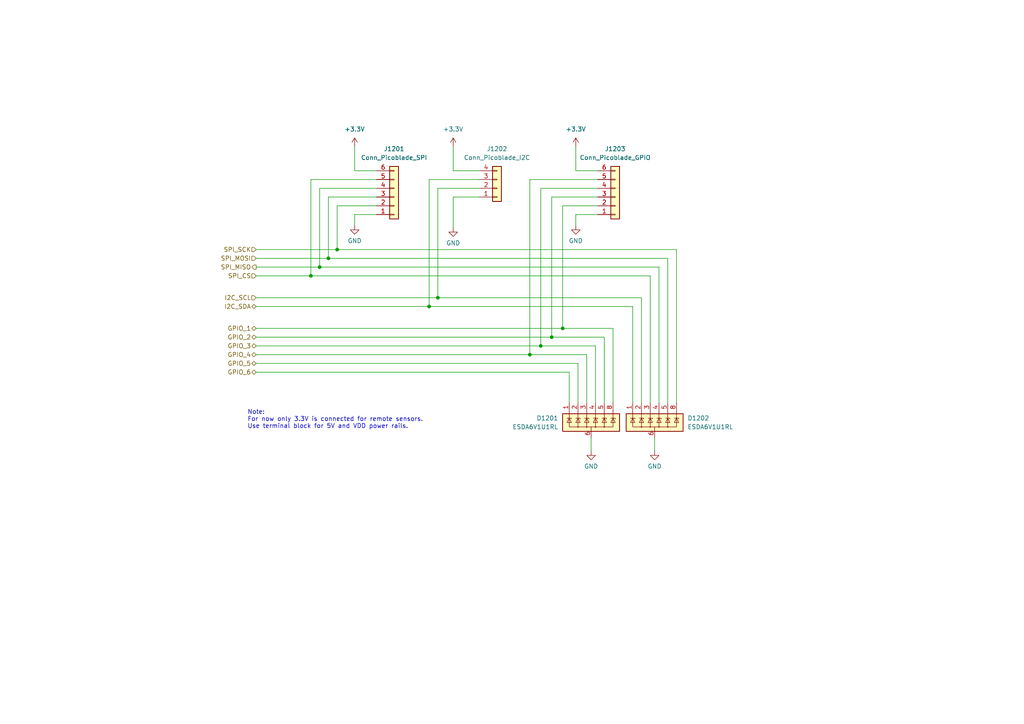
<source format=kicad_sch>
(kicad_sch (version 20211123) (generator eeschema)
  (paper "A4")
  (title_block (title "Delocalized Connector") (company "EPFL Xplore") (comment 2 "Author: Vincent Nguyen"))
  (lib_symbols
    (symbol "0_power_protection:ESDA6V1U1RL" (pin_names hide)
      (property "Reference" "D" (at 12.065 9.525 0))
      (property "Value" "ESDA6V1U1RL" (at 17.78 11.43 0))
      (symbol "ESDA6V1U1RL_0_0"
        (pin passive line (at 0 -5.08 90) (length 2.54) (name "GND") (number "6"))
        (pin passive line (at 0 -5.08 90) (length 2.54) hide (name "GND") (number "7"))
      )
      (symbol "ESDA6V1U1RL_0_1"
        (rectangle (start -8.255 1.905) (end 8.255 -3.175) (stroke (width 0.254)) (fill (type background)))
        (circle (center -3.81 -1.905) (radius 0.127))
        (circle (center -1.27 -1.905) (radius 0.127))
        (polyline (pts (xy -3.81 2.54) (xy -3.81 -1.905)))
        (polyline (pts (xy -1.27 2.54) (xy -1.27 -1.905)))
        (polyline (pts (xy 0 -1.905) (xy 0 -2.54)))
        (polyline (pts (xy 1.27 2.54) (xy 1.27 -1.905)))
        (polyline (pts (xy 3.81 2.54) (xy 3.81 -1.905)))
        (polyline (pts (xy -6.985 0.635) (xy -5.715 0.635) (xy -5.715 0.381)))
        (polyline (pts (xy -4.445 0.635) (xy -3.175 0.635) (xy -3.175 0.381)))
        (polyline (pts (xy -1.905 0.635) (xy -0.635 0.635) (xy -0.635 0.381)))
        (polyline (pts (xy 0.635 0.635) (xy 1.905 0.635) (xy 1.905 0.381)))
        (polyline (pts (xy 3.175 0.635) (xy 4.445 0.635) (xy 4.445 0.381)))
        (polyline (pts (xy 5.715 0.635) (xy 6.985 0.635) (xy 6.985 0.381)))
        (polyline (pts (xy -6.985 -0.635) (xy -5.715 -0.635) (xy -6.35 0.635) (xy -6.985 -0.635)))
        (polyline (pts (xy -6.35 2.54) (xy -6.35 -1.905) (xy 6.35 -1.905) (xy 6.35 2.54)))
        (polyline (pts (xy -4.445 -0.635) (xy -3.175 -0.635) (xy -3.81 0.635) (xy -4.445 -0.635)))
        (polyline (pts (xy -1.905 -0.635) (xy -0.635 -0.635) (xy -1.27 0.635) (xy -1.905 -0.635)))
        (polyline (pts (xy 0.635 -0.635) (xy 1.905 -0.635) (xy 1.27 0.635) (xy 0.635 -0.635)))
        (polyline (pts (xy 3.175 -0.635) (xy 4.445 -0.635) (xy 3.81 0.635) (xy 3.175 -0.635)))
        (polyline (pts (xy 5.715 -0.635) (xy 6.985 -0.635) (xy 6.35 0.635) (xy 5.715 -0.635)))
        (circle (center 1.27 -1.905) (radius 0.127))
        (circle (center 3.81 -1.905) (radius 0.127))
      )
      (symbol "ESDA6V1U1RL_1_1"
        (pin passive line (at -6.35 5.08 270) (length 2.54) (name "IO1") (number "1"))
        (pin passive line (at -3.81 5.08 270) (length 2.54) (name "IO2") (number "2"))
        (pin passive line (at -1.27 5.08 270) (length 2.54) (name "IO3") (number "3"))
        (pin passive line (at 1.27 5.08 270) (length 2.54) (name "IO4") (number "4"))
        (pin passive line (at 3.81 5.08 270) (length 2.54) (name "IO5") (number "5"))
        (pin passive line (at 6.35 5.08 270) (length 2.54) (name "IO6") (number "8"))
      )
    )
    (symbol "Connector_Generic:Conn_01x04" (pin_names (offset 1.016) hide)
      (property "Reference" "J" (at 0 5.08 0))
      (property "Value" "Conn_01x04" (at 0 -7.62 0))
      (symbol "Conn_01x04_1_1"
        (rectangle (start -1.27 -4.953) (end 0 -5.207) (stroke (width 0.1524)))
        (rectangle (start -1.27 -2.413) (end 0 -2.667) (stroke (width 0.1524)))
        (rectangle (start -1.27 0.127) (end 0 -0.127) (stroke (width 0.1524)))
        (rectangle (start -1.27 2.667) (end 0 2.413) (stroke (width 0.1524)))
        (rectangle (start -1.27 3.81) (end 1.27 -6.35) (stroke (width 0.254)) (fill (type background)))
        (pin passive line (at -5.08 2.54 0) (length 3.81) (name "Pin_1") (number "1"))
        (pin passive line (at -5.08 0 0) (length 3.81) (name "Pin_2") (number "2"))
        (pin passive line (at -5.08 -2.54 0) (length 3.81) (name "Pin_3") (number "3"))
        (pin passive line (at -5.08 -5.08 0) (length 3.81) (name "Pin_4") (number "4"))
      )
    )
    (symbol "Connector_Generic:Conn_01x06" (pin_names (offset 1.016) hide)
      (property "Reference" "J" (at 0 7.62 0))
      (property "Value" "Conn_01x06" (at 0 -10.16 0))
      (symbol "Conn_01x06_1_1"
        (rectangle (start -1.27 -7.493) (end 0 -7.747) (stroke (width 0.1524)))
        (rectangle (start -1.27 -4.953) (end 0 -5.207) (stroke (width 0.1524)))
        (rectangle (start -1.27 -2.413) (end 0 -2.667) (stroke (width 0.1524)))
        (rectangle (start -1.27 0.127) (end 0 -0.127) (stroke (width 0.1524)))
        (rectangle (start -1.27 2.667) (end 0 2.413) (stroke (width 0.1524)))
        (rectangle (start -1.27 5.207) (end 0 4.953) (stroke (width 0.1524)))
        (rectangle (start -1.27 6.35) (end 1.27 -8.89) (stroke (width 0.254)) (fill (type background)))
        (pin passive line (at -5.08 5.08 0) (length 3.81) (name "Pin_1") (number "1"))
        (pin passive line (at -5.08 2.54 0) (length 3.81) (name "Pin_2") (number "2"))
        (pin passive line (at -5.08 0 0) (length 3.81) (name "Pin_3") (number "3"))
        (pin passive line (at -5.08 -2.54 0) (length 3.81) (name "Pin_4") (number "4"))
        (pin passive line (at -5.08 -5.08 0) (length 3.81) (name "Pin_5") (number "5"))
        (pin passive line (at -5.08 -7.62 0) (length 3.81) (name "Pin_6") (number "6"))
      )
    )
    (symbol "power:+3.3V" (power) (pin_names (offset 0))
      (property "Value" "+3.3V" (at 0 3.556 0))
      (symbol "+3.3V_0_1"
        (polyline (pts (xy -0.762 1.27) (xy 0 2.54)))
        (polyline (pts (xy 0 0) (xy 0 2.54)))
        (polyline (pts (xy 0 2.54) (xy 0.762 1.27)))
      )
      (symbol "+3.3V_1_1"
        (pin power_in line (at 0 0 90) (length 0) hide (name "+3.3V") (number "1"))
      )
    )
    (symbol "power:GND" (power) (pin_names (offset 0))
      (property "Value" "GND" (at 0 -3.81 0))
      (symbol "GND_0_1"
        (polyline (pts (xy 0 0) (xy 0 -1.27) (xy 1.27 -1.27) (xy 0 -2.54) (xy -1.27 -1.27) (xy 0 -1.27)))
      )
      (symbol "GND_1_1"
        (pin power_in line (at 0 0 270) (length 0) hide (name "GND") (number "1"))
      )
    )
  )
  (junction (at 160.02 97.79))
  (junction (at 127 86.36))
  (junction (at 153.67 102.87))
  (junction (at 97.79 72.39))
  (junction (at 90.17 80.01))
  (junction (at 92.71 77.47))
  (junction (at 124.46 88.9))
  (junction (at 156.845 100.33))
  (junction (at 95.25 74.93))
  (junction (at 163.195 95.25))
  (wire (pts (xy 167.64 105.41) (xy 167.64 116.84)))
  (wire (pts (xy 95.25 57.15) (xy 95.25 74.93)))
  (wire (pts (xy 156.845 100.33) (xy 172.72 100.33)))
  (wire (pts (xy 92.71 77.47) (xy 191.135 77.47)))
  (wire (pts (xy 153.67 52.07) (xy 153.67 102.87)))
  (wire (pts (xy 167.005 62.23) (xy 173.355 62.23)))
  (wire (pts (xy 170.18 102.87) (xy 170.18 116.84)))
  (wire (pts (xy 124.46 88.9) (xy 183.515 88.9)))
  (wire (pts (xy 109.22 52.07) (xy 90.17 52.07)))
  (wire (pts (xy 74.295 80.01) (xy 90.17 80.01)))
  (wire (pts (xy 196.215 72.39) (xy 196.215 116.84)))
  (wire (pts (xy 131.445 57.15) (xy 139.065 57.15)))
  (wire (pts (xy 74.295 95.25) (xy 163.195 95.25)))
  (wire (pts (xy 189.865 127) (xy 189.865 130.81)))
  (wire (pts (xy 92.71 54.61) (xy 92.71 77.47)))
  (wire (pts (xy 74.295 72.39) (xy 97.79 72.39)))
  (wire (pts (xy 163.195 59.69) (xy 163.195 95.25)))
  (wire (pts (xy 165.1 107.95) (xy 165.1 116.84)))
  (wire (pts (xy 175.26 97.79) (xy 175.26 116.84)))
  (wire (pts (xy 131.445 49.53) (xy 139.065 49.53)))
  (wire (pts (xy 173.355 52.07) (xy 153.67 52.07)))
  (wire (pts (xy 109.22 59.69) (xy 97.79 59.69)))
  (wire (pts (xy 74.295 100.33) (xy 156.845 100.33)))
  (wire (pts (xy 102.87 65.405) (xy 102.87 62.23)))
  (wire (pts (xy 191.135 77.47) (xy 191.135 116.84)))
  (wire (pts (xy 139.065 54.61) (xy 127 54.61)))
  (wire (pts (xy 74.295 77.47) (xy 92.71 77.47)))
  (wire (pts (xy 127 54.61) (xy 127 86.36)))
  (wire (pts (xy 74.295 88.9) (xy 124.46 88.9)))
  (wire (pts (xy 90.17 80.01) (xy 188.595 80.01)))
  (wire (pts (xy 102.87 49.53) (xy 109.22 49.53)))
  (wire (pts (xy 171.45 127) (xy 171.45 130.81)))
  (wire (pts (xy 167.005 49.53) (xy 173.355 49.53)))
  (wire (pts (xy 173.355 54.61) (xy 156.845 54.61)))
  (wire (pts (xy 163.195 95.25) (xy 177.8 95.25)))
  (wire (pts (xy 109.22 54.61) (xy 92.71 54.61)))
  (wire (pts (xy 160.02 97.79) (xy 175.26 97.79)))
  (wire (pts (xy 173.355 59.69) (xy 163.195 59.69)))
  (wire (pts (xy 167.005 42.545) (xy 167.005 49.53)))
  (wire (pts (xy 193.675 74.93) (xy 193.675 116.84)))
  (wire (pts (xy 109.22 57.15) (xy 95.25 57.15)))
  (wire (pts (xy 95.25 74.93) (xy 193.675 74.93)))
  (wire (pts (xy 172.72 100.33) (xy 172.72 116.84)))
  (wire (pts (xy 74.295 105.41) (xy 167.64 105.41)))
  (wire (pts (xy 183.515 88.9) (xy 183.515 116.84)))
  (wire (pts (xy 74.295 86.36) (xy 127 86.36)))
  (wire (pts (xy 156.845 54.61) (xy 156.845 100.33)))
  (wire (pts (xy 74.295 97.79) (xy 160.02 97.79)))
  (wire (pts (xy 74.295 102.87) (xy 153.67 102.87)))
  (wire (pts (xy 90.17 52.07) (xy 90.17 80.01)))
  (wire (pts (xy 186.055 86.36) (xy 186.055 116.84)))
  (wire (pts (xy 102.87 62.23) (xy 109.22 62.23)))
  (wire (pts (xy 131.445 42.545) (xy 131.445 49.53)))
  (wire (pts (xy 188.595 80.01) (xy 188.595 116.84)))
  (wire (pts (xy 160.02 57.15) (xy 160.02 97.79)))
  (wire (pts (xy 139.065 52.07) (xy 124.46 52.07)))
  (wire (pts (xy 97.79 59.69) (xy 97.79 72.39)))
  (wire (pts (xy 74.295 107.95) (xy 165.1 107.95)))
  (wire (pts (xy 177.8 95.25) (xy 177.8 116.84)))
  (wire (pts (xy 74.295 74.93) (xy 95.25 74.93)))
  (wire (pts (xy 127 86.36) (xy 186.055 86.36)))
  (wire (pts (xy 167.005 65.405) (xy 167.005 62.23)))
  (wire (pts (xy 124.46 52.07) (xy 124.46 88.9)))
  (wire (pts (xy 173.355 57.15) (xy 160.02 57.15)))
  (wire (pts (xy 97.79 72.39) (xy 196.215 72.39)))
  (wire (pts (xy 153.67 102.87) (xy 170.18 102.87)))
  (wire (pts (xy 102.87 42.545) (xy 102.87 49.53)))
  (wire (pts (xy 131.445 66.04) (xy 131.445 57.15)))
  (text "Note:\nFor now only 3.3V is connected for remote sensors.\nUse terminal block for 5V and VDD power rails." (at 71.755 124.46 0) (effects (font (size 1.27 1.27)) (justify left bottom)))
  (hierarchical_label "SPI_MOSI" (shape input) (at 74.295 74.93 180))
  (hierarchical_label "SPI_SCK" (shape input) (at 74.295 72.39 180))
  (hierarchical_label "SPI_CS" (shape input) (at 74.295 80.01 180))
  (hierarchical_label "GPIO_5" (shape bidirectional) (at 74.295 105.41 180))
  (hierarchical_label "GPIO_6" (shape bidirectional) (at 74.295 107.95 180))
  (hierarchical_label "GPIO_2" (shape bidirectional) (at 74.295 97.79 180))
  (hierarchical_label "GPIO_1" (shape bidirectional) (at 74.295 95.25 180))
  (hierarchical_label "GPIO_3" (shape bidirectional) (at 74.295 100.33 180))
  (hierarchical_label "I2C_SDA" (shape bidirectional) (at 74.295 88.9 180))
  (hierarchical_label "GPIO_4" (shape bidirectional) (at 74.295 102.87 180))
  (hierarchical_label "I2C_SCL" (shape input) (at 74.295 86.36 180))
  (hierarchical_label "SPI_MISO" (shape output) (at 74.295 77.47 180))
  (symbol (lib_id "power:GND") (at 189.865 130.81 0) (unit 1)
    (property "Reference" "#PWR01208" (effects hide))
    (property "Value" "GND" (at 189.865 135.255 0))
  )
  (symbol (lib_id "power:GND") (at 102.87 65.405 0) (unit 1)
    (property "Reference" "#PWR01202" (effects hide))
    (property "Value" "GND" (at 102.87 69.85 0))
  )
  (symbol (lib_id "power:+3.3V") (at 102.87 42.545 0) (unit 1)
    (property "Reference" "#PWR01201" (effects hide))
    (property "Value" "+3.3V" (at 102.87 37.465 0))
  )
  (symbol (lib_id "0_power_protection:ESDA6V1U1RL") (at 189.865 121.92 0) (unit 1)
    (property "Reference" "D1202" (at 199.39 121.285 0) (effects (justify left)))
    (property "Value" "ESDA6V1U1RL" (at 199.39 123.825 0) (effects (justify left)))
    (property "Footprint" "Package_SO:SOIC-8_3.9x4.9mm_P1.27mm" (effects hide))
    (property "Datasheet" "https://www.st.com/content/ccc/resource/technical/document/datasheet/80/9f/66/3a/18/37/40/81/CD00000840.pdf/files/CD00000840.pdf/jcr:content/translations/en.CD00000840.pdf" (effects hide))
    (property "Manufacturer ref" "ESDALC6V1W5" (effects hide))
    (property "Digikey ref" "497-7231-1-ND" (effects hide))
  )
  (symbol (lib_id "Connector_Generic:Conn_01x06") (at 178.435 57.15 0) (mirror x) (unit 1)
    (property "Reference" "J1203" (at 178.435 43.18 0))
    (property "Value" "Conn_Picoblade_GPIO" (at 178.435 45.72 0))
    (property "Footprint" "Connector_Molex:Molex_PicoBlade_53047-0610_1x06_P1.25mm_Vertical" (effects hide))
    (property "Datasheet" "https://www.molex.com/pdm_docs/sd/530470610_sd.pdf" (effects hide))
    (property "Manufacturer ref" "0530470610" (effects hide))
    (property "Digikey ref" "WM1735-ND" (effects hide))
  )
  (symbol (lib_id "power:GND") (at 171.45 130.81 0) (unit 1)
    (property "Reference" "#PWR01207" (effects hide))
    (property "Value" "GND" (at 171.45 135.255 0))
  )
  (symbol (lib_id "0_power_protection:ESDA6V1U1RL") (at 171.45 121.92 0) (unit 1)
    (property "Reference" "D1201" (at 161.925 121.285 0) (effects (justify right)))
    (property "Value" "ESDA6V1U1RL" (at 161.925 123.825 0) (effects (justify right)))
    (property "Footprint" "Package_SO:SOIC-8_3.9x4.9mm_P1.27mm" (effects hide))
    (property "Datasheet" "https://www.st.com/content/ccc/resource/technical/document/datasheet/80/9f/66/3a/18/37/40/81/CD00000840.pdf/files/CD00000840.pdf/jcr:content/translations/en.CD00000840.pdf" (effects hide))
    (property "Manufacturer ref" "ESDALC6V1W5" (effects hide))
    (property "Digikey ref" "497-7231-1-ND" (effects hide))
  )
  (symbol (lib_id "Connector_Generic:Conn_01x06") (at 114.3 57.15 0) (mirror x) (unit 1)
    (property "Reference" "J1201" (at 114.3 43.18 0))
    (property "Value" "Conn_Picoblade_SPI" (at 114.3 45.72 0))
    (property "Footprint" "Connector_Molex:Molex_PicoBlade_53047-0610_1x06_P1.25mm_Vertical" (effects hide))
    (property "Datasheet" "https://www.molex.com/pdm_docs/sd/530470610_sd.pdf" (effects hide))
    (property "Manufacturer ref" "0530470610" (effects hide))
    (property "Digikey ref" "WM1735-ND" (effects hide))
  )
  (symbol (lib_id "Connector_Generic:Conn_01x04") (at 144.145 54.61 0) (mirror x) (unit 1)
    (property "Reference" "J1202" (at 144.145 43.18 0))
    (property "Value" "Conn_Picoblade_I2C" (at 144.145 45.72 0))
    (property "Footprint" "Connector_Molex:Molex_PicoBlade_53047-0410_1x04_P1.25mm_Vertical" (effects hide))
    (property "Datasheet" "https://www.molex.com/pdm_docs/sd/530470410_sd.pdf" (effects hide))
    (property "Manufacturer ref" "0530470410" (effects hide))
    (property "Digikey ref" "WM1733-ND" (effects hide))
  )
  (symbol (lib_id "power:GND") (at 131.445 66.04 0) (unit 1)
    (property "Reference" "#PWR01204" (effects hide))
    (property "Value" "GND" (at 131.445 70.485 0))
  )
  (symbol (lib_id "power:+3.3V") (at 131.445 42.545 0) (unit 1)
    (property "Reference" "#PWR01203" (effects hide))
    (property "Value" "+3.3V" (at 131.445 37.465 0))
  )
  (symbol (lib_id "power:+3.3V") (at 167.005 42.545 0) (unit 1)
    (property "Reference" "#PWR01205" (effects hide))
    (property "Value" "+3.3V" (at 167.005 37.465 0))
  )
  (symbol (lib_id "power:GND") (at 167.005 65.405 0) (unit 1)
    (property "Reference" "#PWR01206" (effects hide))
    (property "Value" "GND" (at 167.005 69.85 0))
  )
)
</source>
